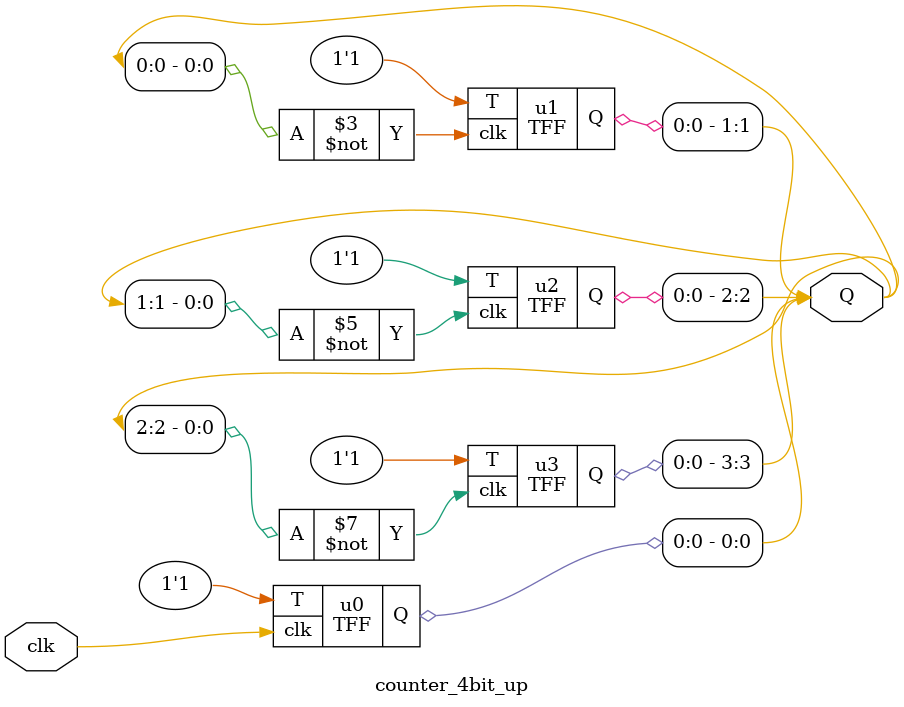
<source format=v>
`timescale 1ns / 1ps


module TFF(
    input       T,
    input       clk,
    output reg  Q
    );
 
    initial Q = 0;
    
    always @ (posedge clk) begin
 
        if (T) begin
            Q <= ~Q;
        end
    
    end
    
endmodule

module counter_4bit_up(
    input       clk, 
    output   [3:0] Q
    );
       
//  TFF     (T,   clk,    Q);  
    TFF u0  (1,   clk, Q[0]);
    TFF u1  (1, ~Q[0], Q[1]);
    TFF u2  (1, ~Q[1], Q[2]);
    TFF u3  (1, ~Q[2], Q[3]);
    
endmodule

</source>
